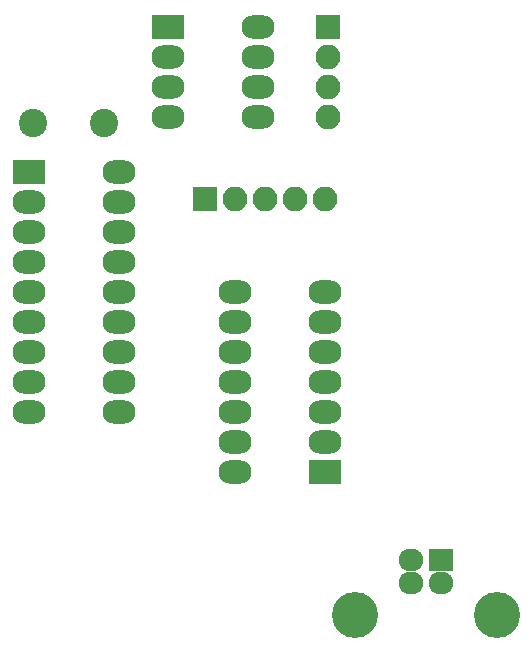
<source format=gbs>
G04 #@! TF.GenerationSoftware,KiCad,Pcbnew,5.0.0*
G04 #@! TF.CreationDate,2018-09-16T12:09:56-04:00*
G04 #@! TF.ProjectId,usbdbg,7573626462672E6B696361645F706362,rev?*
G04 #@! TF.SameCoordinates,Original*
G04 #@! TF.FileFunction,Soldermask,Bot*
G04 #@! TF.FilePolarity,Negative*
%FSLAX46Y46*%
G04 Gerber Fmt 4.6, Leading zero omitted, Abs format (unit mm)*
G04 Created by KiCad (PCBNEW 5.0.0) date Sun Sep 16 12:09:56 2018*
%MOMM*%
%LPD*%
G01*
G04 APERTURE LIST*
%ADD10R,2.800000X2.000000*%
%ADD11O,2.800000X2.000000*%
%ADD12R,2.100000X2.100000*%
%ADD13O,2.100000X2.100000*%
%ADD14R,2.100000X1.900000*%
%ADD15O,2.100000X1.900000*%
%ADD16C,3.900000*%
%ADD17C,2.400000*%
G04 APERTURE END LIST*
D10*
G04 #@! TO.C,U1*
X137380000Y-64920000D03*
D11*
X145000000Y-72540000D03*
X137380000Y-67460000D03*
X145000000Y-70000000D03*
X137380000Y-70000000D03*
X145000000Y-67460000D03*
X137380000Y-72540000D03*
X145000000Y-64920000D03*
G04 #@! TD*
D12*
G04 #@! TO.C,J3*
X151000000Y-64920000D03*
D13*
X151000000Y-67460000D03*
X151000000Y-70000000D03*
X151000000Y-72540000D03*
G04 #@! TD*
D12*
G04 #@! TO.C,J2*
X140568000Y-79444000D03*
D13*
X143108000Y-79444000D03*
X145648000Y-79444000D03*
X148188000Y-79444000D03*
X150728000Y-79444000D03*
G04 #@! TD*
D14*
G04 #@! TO.C,J1*
X160500000Y-110000000D03*
D15*
X158000000Y-110000000D03*
X158000000Y-112000000D03*
X160500000Y-112000000D03*
D16*
X165270000Y-114710000D03*
X153230000Y-114710000D03*
G04 #@! TD*
D10*
G04 #@! TO.C,U2*
X150668000Y-102544000D03*
D11*
X143048000Y-87304000D03*
X150668000Y-100004000D03*
X143048000Y-89844000D03*
X150668000Y-97464000D03*
X143048000Y-92384000D03*
X150668000Y-94924000D03*
X143048000Y-94924000D03*
X150668000Y-92384000D03*
X143048000Y-97464000D03*
X150668000Y-89844000D03*
X143048000Y-100004000D03*
X150668000Y-87304000D03*
X143048000Y-102544000D03*
G04 #@! TD*
D10*
G04 #@! TO.C,U3*
X125668000Y-77144000D03*
D11*
X133288000Y-97464000D03*
X125668000Y-79684000D03*
X133288000Y-94924000D03*
X125668000Y-82224000D03*
X133288000Y-92384000D03*
X125668000Y-84764000D03*
X133288000Y-89844000D03*
X125668000Y-87304000D03*
X133288000Y-87304000D03*
X125668000Y-89844000D03*
X133288000Y-84764000D03*
X125668000Y-92384000D03*
X133288000Y-82224000D03*
X125668000Y-94924000D03*
X133288000Y-79684000D03*
X125668000Y-97464000D03*
X133288000Y-77144000D03*
G04 #@! TD*
D17*
G04 #@! TO.C,TP2*
X132000000Y-73000000D03*
G04 #@! TD*
G04 #@! TO.C,TP1*
X126000000Y-73000000D03*
G04 #@! TD*
M02*

</source>
